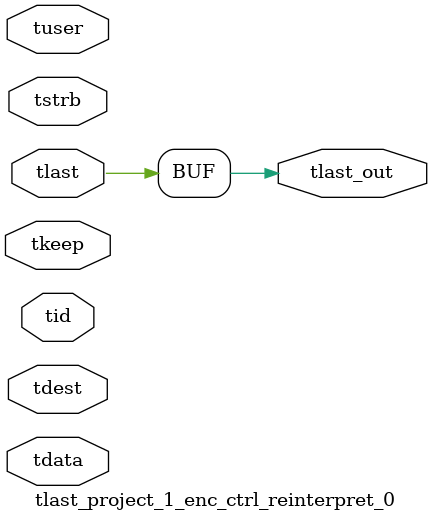
<source format=v>


`timescale 1ps/1ps

module tlast_project_1_enc_ctrl_reinterpret_0 #
(
parameter C_S_AXIS_TID_WIDTH   = 1,
parameter C_S_AXIS_TUSER_WIDTH = 0,
parameter C_S_AXIS_TDATA_WIDTH = 0,
parameter C_S_AXIS_TDEST_WIDTH = 0
)
(
input  [(C_S_AXIS_TID_WIDTH   == 0 ? 1 : C_S_AXIS_TID_WIDTH)-1:0       ] tid,
input  [(C_S_AXIS_TDATA_WIDTH == 0 ? 1 : C_S_AXIS_TDATA_WIDTH)-1:0     ] tdata,
input  [(C_S_AXIS_TUSER_WIDTH == 0 ? 1 : C_S_AXIS_TUSER_WIDTH)-1:0     ] tuser,
input  [(C_S_AXIS_TDEST_WIDTH == 0 ? 1 : C_S_AXIS_TDEST_WIDTH)-1:0     ] tdest,
input  [(C_S_AXIS_TDATA_WIDTH/8)-1:0 ] tkeep,
input  [(C_S_AXIS_TDATA_WIDTH/8)-1:0 ] tstrb,
input  [0:0]                                                             tlast,
output                                                                   tlast_out
);

assign tlast_out = {tlast};

endmodule


</source>
